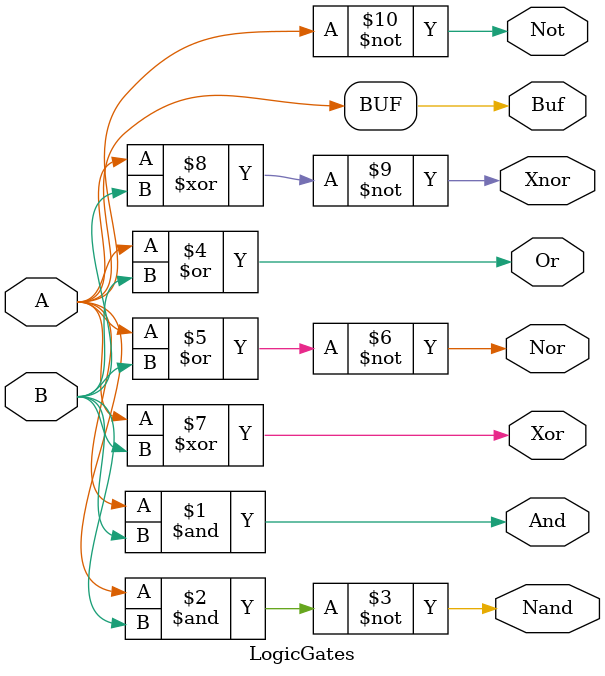
<source format=v>
`timescale 1ns / 1ps


module LogicGates(A, B, Buf, Not, And, Nand, Or, Nor, Xor, Xnor);
input A, B;
output Buf, Not, And, Nand, Or, Nor, Xor, Xnor;

buf i1(Buf, A);
not i2(Not, A);
and i3(And, A, B);
nand i4(Nand, A, B);
or i5(Or, A, B);
nor i6(Nor, A, B);
xor i7(Xor, A, B);
xnor i8(Xnor, A, B);

endmodule

</source>
